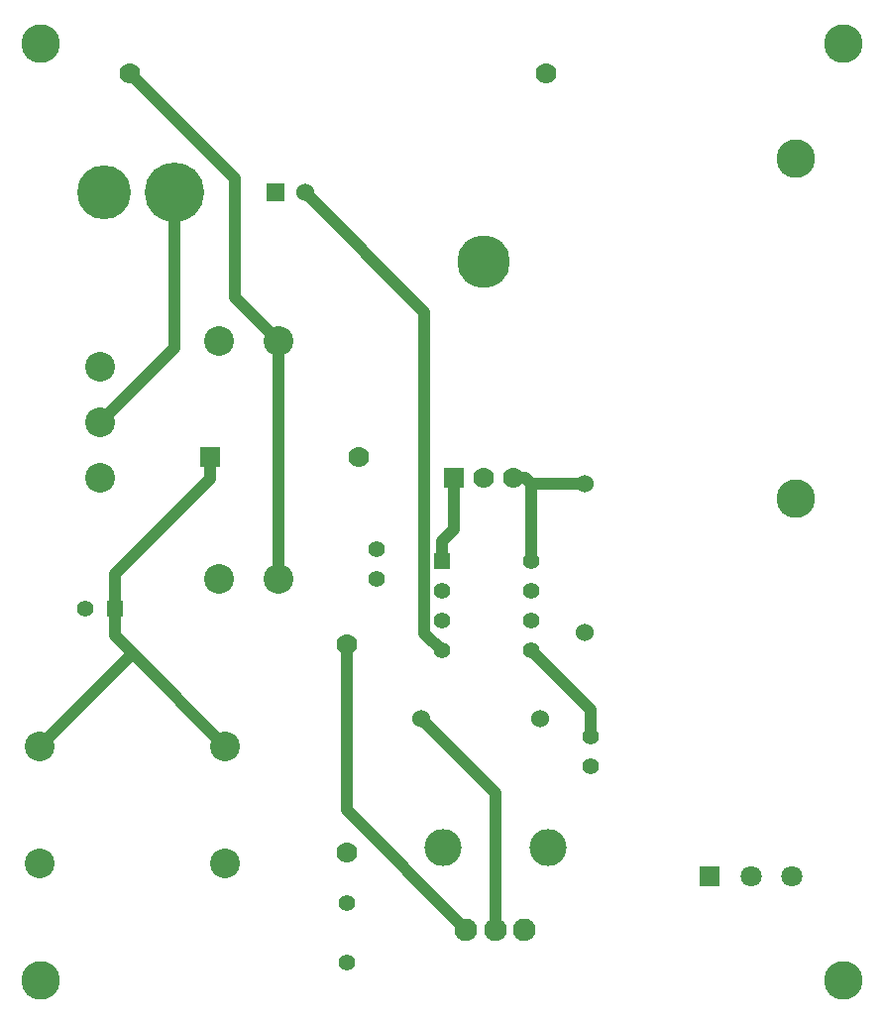
<source format=gtl>
G04 (created by PCBNEW (2013-jul-07)-stable) date Sat 05 Aug 2017 11:22:09 AM PDT*
%MOIN*%
G04 Gerber Fmt 3.4, Leading zero omitted, Abs format*
%FSLAX34Y34*%
G01*
G70*
G90*
G04 APERTURE LIST*
%ADD10C,0.00590551*%
%ADD11C,0.1*%
%ADD12R,0.06X0.06*%
%ADD13C,0.06*%
%ADD14R,0.055X0.055*%
%ADD15C,0.055*%
%ADD16C,0.2*%
%ADD17C,0.1811*%
%ADD18C,0.13*%
%ADD19C,0.07*%
%ADD20R,0.07X0.07*%
%ADD21C,0.1772*%
%ADD22C,0.076*%
%ADD23C,0.125*%
%ADD24C,0.0709*%
%ADD25R,0.0709X0.0709*%
%ADD26C,0.04*%
G04 APERTURE END LIST*
G54D10*
G54D11*
X37000Y-43380D03*
X37000Y-45250D03*
X37000Y-47120D03*
G54D12*
X42900Y-37500D03*
G54D13*
X43900Y-37500D03*
G54D14*
X48500Y-49900D03*
G54D15*
X48500Y-50900D03*
X48500Y-51900D03*
X48500Y-52900D03*
X51500Y-52900D03*
X51500Y-51900D03*
X51500Y-50900D03*
X51500Y-49900D03*
G54D16*
X39500Y-37500D03*
G54D17*
X37138Y-37500D03*
G54D11*
X43000Y-50500D03*
X41000Y-50500D03*
X43000Y-42500D03*
X41000Y-42500D03*
G54D15*
X45300Y-61400D03*
X45300Y-63400D03*
G54D14*
X37500Y-51500D03*
G54D15*
X36500Y-51500D03*
X46300Y-50500D03*
X46300Y-49500D03*
X53500Y-55800D03*
X53500Y-56800D03*
G54D18*
X35000Y-64000D03*
X62000Y-32500D03*
X35000Y-32500D03*
G54D13*
X47800Y-55200D03*
X51800Y-55200D03*
G54D19*
X45700Y-46400D03*
G54D20*
X40700Y-46400D03*
G54D19*
X45300Y-59700D03*
X45300Y-52700D03*
G54D13*
X53300Y-47300D03*
X53300Y-52300D03*
G54D19*
X52000Y-33500D03*
X38000Y-33500D03*
G54D11*
X34990Y-56131D03*
X41210Y-56131D03*
X34990Y-60069D03*
X41210Y-60069D03*
G54D20*
X48900Y-47100D03*
G54D19*
X49900Y-47100D03*
X50900Y-47100D03*
G54D21*
X49900Y-39848D03*
G54D22*
X49316Y-62300D03*
X50300Y-62300D03*
X51284Y-62300D03*
G54D23*
X48528Y-59544D03*
X52072Y-59544D03*
G54D18*
X62000Y-64000D03*
G54D24*
X58900Y-60500D03*
G54D25*
X57522Y-60500D03*
G54D24*
X60278Y-60500D03*
G54D18*
X60400Y-36385D03*
X60400Y-47815D03*
G54D26*
X37500Y-50350D02*
X37500Y-51500D01*
X40700Y-47150D02*
X37500Y-50350D01*
X40700Y-46400D02*
X40700Y-47150D01*
X34990Y-56130D02*
X38100Y-53020D01*
X41210Y-56130D02*
X38100Y-53020D01*
X37500Y-52420D02*
X37500Y-51500D01*
X38100Y-53020D02*
X37500Y-52420D01*
X39500Y-42750D02*
X37000Y-45250D01*
X39500Y-37500D02*
X39500Y-42750D01*
X43000Y-50500D02*
X43000Y-42500D01*
X41550Y-37050D02*
X38000Y-33500D01*
X41550Y-41050D02*
X41550Y-37050D01*
X43000Y-42500D02*
X41550Y-41050D01*
X47921Y-41521D02*
X43900Y-37500D01*
X47921Y-52321D02*
X47921Y-41521D01*
X48500Y-52900D02*
X47921Y-52321D01*
X45300Y-58284D02*
X45300Y-52700D01*
X49315Y-62300D02*
X45300Y-58284D01*
X50300Y-57700D02*
X47800Y-55200D01*
X50300Y-62300D02*
X50300Y-57700D01*
X51500Y-47300D02*
X53300Y-47300D01*
X51300Y-47100D02*
X51500Y-47300D01*
X50900Y-47100D02*
X51300Y-47100D01*
X51500Y-47300D02*
X51500Y-49900D01*
X53500Y-54900D02*
X51500Y-52900D01*
X53500Y-55800D02*
X53500Y-54900D01*
X48900Y-48825D02*
X48500Y-49225D01*
X48900Y-47100D02*
X48900Y-48825D01*
X48500Y-49900D02*
X48500Y-49225D01*
M02*

</source>
